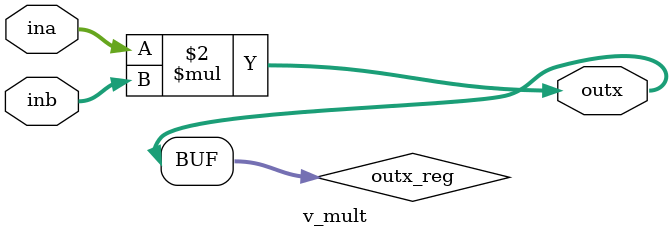
<source format=v>
/*********************************************************************
 * SYNOPSYS CONFIDENTIAL                                             *
 *                                                                   *
 * This is an unpublished, proprietary work of Synopsys, Inc., and   *
 * is fully protected under copyright and trade secret laws. You may *
 * not view, use, disclose, copy, or distribute this file or any     *
 * information contained herein except pursuant to a valid written   *
 * license from Synopsys.                                            *
 *********************************************************************/

//*****************************************************************************
// Copyright (c) 1996-2003 Synopsys, Inc.    ALL RIGHTS RESERVED
//
// The contents of this file are subject to the restrictions and limitations
// set forth in the SystemC(TM) Open Community License Software Download and
// Use License Version 1.1 (the "License"); you may not use this file except
// in compliance with such restrictions and limitations. You may obtain
// instructions on how to receive a copy of the License at
// http://www.systemc.org/. Software distributed by Original Contributor
// under the License is distributed on an "AS IS" basis, WITHOUT WARRANTY OF
// ANY KIND, either express or implied. See the License for the specific
// language governing rights and limitations under the License.
//
//****************************************************************************/
module v_mult(ina, inb, outx);
input [31:0] ina;
input [31:0] inb;
output [31:0] outx;

reg [31:0] outx_reg;

always @(ina or inb) begin
  outx_reg <= ina * inb;
end

assign outx = outx_reg;

endmodule

</source>
